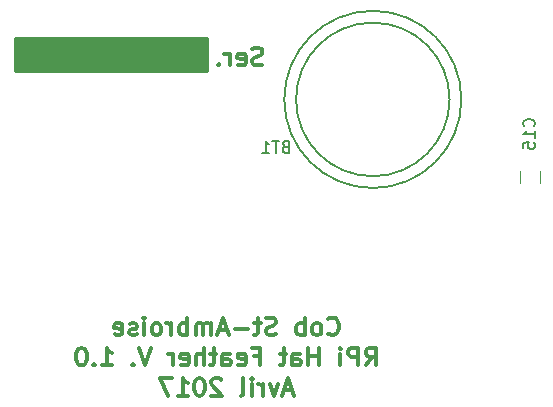
<source format=gbo>
G04 #@! TF.GenerationSoftware,KiCad,Pcbnew,no-vcs-found-01f5a12~58~ubuntu16.04.1*
G04 #@! TF.CreationDate,2017-04-25T17:44:52-04:00*
G04 #@! TF.ProjectId,RPi_Hat,5250695F4861742E6B696361645F7063,rev?*
G04 #@! TF.FileFunction,Legend,Bot*
G04 #@! TF.FilePolarity,Positive*
%FSLAX46Y46*%
G04 Gerber Fmt 4.6, Leading zero omitted, Abs format (unit mm)*
G04 Created by KiCad (PCBNEW no-vcs-found-01f5a12~58~ubuntu16.04.1) date Tue Apr 25 17:44:52 2017*
%MOMM*%
%LPD*%
G01*
G04 APERTURE LIST*
%ADD10C,0.100000*%
%ADD11C,0.300000*%
%ADD12C,0.150000*%
%ADD13C,0.120000*%
%ADD14C,0.254000*%
G04 APERTURE END LIST*
D10*
D11*
X124066857Y-77061142D02*
X123852571Y-77132571D01*
X123495428Y-77132571D01*
X123352571Y-77061142D01*
X123281142Y-76989714D01*
X123209714Y-76846857D01*
X123209714Y-76704000D01*
X123281142Y-76561142D01*
X123352571Y-76489714D01*
X123495428Y-76418285D01*
X123781142Y-76346857D01*
X123924000Y-76275428D01*
X123995428Y-76204000D01*
X124066857Y-76061142D01*
X124066857Y-75918285D01*
X123995428Y-75775428D01*
X123924000Y-75704000D01*
X123781142Y-75632571D01*
X123424000Y-75632571D01*
X123209714Y-75704000D01*
X121995428Y-77061142D02*
X122138285Y-77132571D01*
X122424000Y-77132571D01*
X122566857Y-77061142D01*
X122638285Y-76918285D01*
X122638285Y-76346857D01*
X122566857Y-76204000D01*
X122424000Y-76132571D01*
X122138285Y-76132571D01*
X121995428Y-76204000D01*
X121924000Y-76346857D01*
X121924000Y-76489714D01*
X122638285Y-76632571D01*
X121281142Y-77132571D02*
X121281142Y-76132571D01*
X121281142Y-76418285D02*
X121209714Y-76275428D01*
X121138285Y-76204000D01*
X120995428Y-76132571D01*
X120852571Y-76132571D01*
X120352571Y-76989714D02*
X120281142Y-77061142D01*
X120352571Y-77132571D01*
X120424000Y-77061142D01*
X120352571Y-76989714D01*
X120352571Y-77132571D01*
X129638142Y-99839714D02*
X129709571Y-99911142D01*
X129923857Y-99982571D01*
X130066714Y-99982571D01*
X130281000Y-99911142D01*
X130423857Y-99768285D01*
X130495285Y-99625428D01*
X130566714Y-99339714D01*
X130566714Y-99125428D01*
X130495285Y-98839714D01*
X130423857Y-98696857D01*
X130281000Y-98554000D01*
X130066714Y-98482571D01*
X129923857Y-98482571D01*
X129709571Y-98554000D01*
X129638142Y-98625428D01*
X128781000Y-99982571D02*
X128923857Y-99911142D01*
X128995285Y-99839714D01*
X129066714Y-99696857D01*
X129066714Y-99268285D01*
X128995285Y-99125428D01*
X128923857Y-99054000D01*
X128781000Y-98982571D01*
X128566714Y-98982571D01*
X128423857Y-99054000D01*
X128352428Y-99125428D01*
X128281000Y-99268285D01*
X128281000Y-99696857D01*
X128352428Y-99839714D01*
X128423857Y-99911142D01*
X128566714Y-99982571D01*
X128781000Y-99982571D01*
X127638142Y-99982571D02*
X127638142Y-98482571D01*
X127638142Y-99054000D02*
X127495285Y-98982571D01*
X127209571Y-98982571D01*
X127066714Y-99054000D01*
X126995285Y-99125428D01*
X126923857Y-99268285D01*
X126923857Y-99696857D01*
X126995285Y-99839714D01*
X127066714Y-99911142D01*
X127209571Y-99982571D01*
X127495285Y-99982571D01*
X127638142Y-99911142D01*
X125209571Y-99911142D02*
X124995285Y-99982571D01*
X124638142Y-99982571D01*
X124495285Y-99911142D01*
X124423857Y-99839714D01*
X124352428Y-99696857D01*
X124352428Y-99554000D01*
X124423857Y-99411142D01*
X124495285Y-99339714D01*
X124638142Y-99268285D01*
X124923857Y-99196857D01*
X125066714Y-99125428D01*
X125138142Y-99054000D01*
X125209571Y-98911142D01*
X125209571Y-98768285D01*
X125138142Y-98625428D01*
X125066714Y-98554000D01*
X124923857Y-98482571D01*
X124566714Y-98482571D01*
X124352428Y-98554000D01*
X123923857Y-98982571D02*
X123352428Y-98982571D01*
X123709571Y-98482571D02*
X123709571Y-99768285D01*
X123638142Y-99911142D01*
X123495285Y-99982571D01*
X123352428Y-99982571D01*
X122852428Y-99411142D02*
X121709571Y-99411142D01*
X121066714Y-99554000D02*
X120352428Y-99554000D01*
X121209571Y-99982571D02*
X120709571Y-98482571D01*
X120209571Y-99982571D01*
X119709571Y-99982571D02*
X119709571Y-98982571D01*
X119709571Y-99125428D02*
X119638142Y-99054000D01*
X119495285Y-98982571D01*
X119281000Y-98982571D01*
X119138142Y-99054000D01*
X119066714Y-99196857D01*
X119066714Y-99982571D01*
X119066714Y-99196857D02*
X118995285Y-99054000D01*
X118852428Y-98982571D01*
X118638142Y-98982571D01*
X118495285Y-99054000D01*
X118423857Y-99196857D01*
X118423857Y-99982571D01*
X117709571Y-99982571D02*
X117709571Y-98482571D01*
X117709571Y-99054000D02*
X117566714Y-98982571D01*
X117281000Y-98982571D01*
X117138142Y-99054000D01*
X117066714Y-99125428D01*
X116995285Y-99268285D01*
X116995285Y-99696857D01*
X117066714Y-99839714D01*
X117138142Y-99911142D01*
X117281000Y-99982571D01*
X117566714Y-99982571D01*
X117709571Y-99911142D01*
X116352428Y-99982571D02*
X116352428Y-98982571D01*
X116352428Y-99268285D02*
X116281000Y-99125428D01*
X116209571Y-99054000D01*
X116066714Y-98982571D01*
X115923857Y-98982571D01*
X115209571Y-99982571D02*
X115352428Y-99911142D01*
X115423857Y-99839714D01*
X115495285Y-99696857D01*
X115495285Y-99268285D01*
X115423857Y-99125428D01*
X115352428Y-99054000D01*
X115209571Y-98982571D01*
X114995285Y-98982571D01*
X114852428Y-99054000D01*
X114781000Y-99125428D01*
X114709571Y-99268285D01*
X114709571Y-99696857D01*
X114781000Y-99839714D01*
X114852428Y-99911142D01*
X114995285Y-99982571D01*
X115209571Y-99982571D01*
X114066714Y-99982571D02*
X114066714Y-98982571D01*
X114066714Y-98482571D02*
X114138142Y-98554000D01*
X114066714Y-98625428D01*
X113995285Y-98554000D01*
X114066714Y-98482571D01*
X114066714Y-98625428D01*
X113423857Y-99911142D02*
X113281000Y-99982571D01*
X112995285Y-99982571D01*
X112852428Y-99911142D01*
X112781000Y-99768285D01*
X112781000Y-99696857D01*
X112852428Y-99554000D01*
X112995285Y-99482571D01*
X113209571Y-99482571D01*
X113352428Y-99411142D01*
X113423857Y-99268285D01*
X113423857Y-99196857D01*
X113352428Y-99054000D01*
X113209571Y-98982571D01*
X112995285Y-98982571D01*
X112852428Y-99054000D01*
X111566714Y-99911142D02*
X111709571Y-99982571D01*
X111995285Y-99982571D01*
X112138142Y-99911142D01*
X112209571Y-99768285D01*
X112209571Y-99196857D01*
X112138142Y-99054000D01*
X111995285Y-98982571D01*
X111709571Y-98982571D01*
X111566714Y-99054000D01*
X111495285Y-99196857D01*
X111495285Y-99339714D01*
X112209571Y-99482571D01*
X132816714Y-102532571D02*
X133316714Y-101818285D01*
X133673857Y-102532571D02*
X133673857Y-101032571D01*
X133102428Y-101032571D01*
X132959571Y-101104000D01*
X132888142Y-101175428D01*
X132816714Y-101318285D01*
X132816714Y-101532571D01*
X132888142Y-101675428D01*
X132959571Y-101746857D01*
X133102428Y-101818285D01*
X133673857Y-101818285D01*
X132173857Y-102532571D02*
X132173857Y-101032571D01*
X131602428Y-101032571D01*
X131459571Y-101104000D01*
X131388142Y-101175428D01*
X131316714Y-101318285D01*
X131316714Y-101532571D01*
X131388142Y-101675428D01*
X131459571Y-101746857D01*
X131602428Y-101818285D01*
X132173857Y-101818285D01*
X130673857Y-102532571D02*
X130673857Y-101532571D01*
X130673857Y-101032571D02*
X130745285Y-101104000D01*
X130673857Y-101175428D01*
X130602428Y-101104000D01*
X130673857Y-101032571D01*
X130673857Y-101175428D01*
X128816714Y-102532571D02*
X128816714Y-101032571D01*
X128816714Y-101746857D02*
X127959571Y-101746857D01*
X127959571Y-102532571D02*
X127959571Y-101032571D01*
X126602428Y-102532571D02*
X126602428Y-101746857D01*
X126673857Y-101604000D01*
X126816714Y-101532571D01*
X127102428Y-101532571D01*
X127245285Y-101604000D01*
X126602428Y-102461142D02*
X126745285Y-102532571D01*
X127102428Y-102532571D01*
X127245285Y-102461142D01*
X127316714Y-102318285D01*
X127316714Y-102175428D01*
X127245285Y-102032571D01*
X127102428Y-101961142D01*
X126745285Y-101961142D01*
X126602428Y-101889714D01*
X126102428Y-101532571D02*
X125531000Y-101532571D01*
X125888142Y-101032571D02*
X125888142Y-102318285D01*
X125816714Y-102461142D01*
X125673857Y-102532571D01*
X125531000Y-102532571D01*
X123388142Y-101746857D02*
X123888142Y-101746857D01*
X123888142Y-102532571D02*
X123888142Y-101032571D01*
X123173857Y-101032571D01*
X122031000Y-102461142D02*
X122173857Y-102532571D01*
X122459571Y-102532571D01*
X122602428Y-102461142D01*
X122673857Y-102318285D01*
X122673857Y-101746857D01*
X122602428Y-101604000D01*
X122459571Y-101532571D01*
X122173857Y-101532571D01*
X122031000Y-101604000D01*
X121959571Y-101746857D01*
X121959571Y-101889714D01*
X122673857Y-102032571D01*
X120673857Y-102532571D02*
X120673857Y-101746857D01*
X120745285Y-101604000D01*
X120888142Y-101532571D01*
X121173857Y-101532571D01*
X121316714Y-101604000D01*
X120673857Y-102461142D02*
X120816714Y-102532571D01*
X121173857Y-102532571D01*
X121316714Y-102461142D01*
X121388142Y-102318285D01*
X121388142Y-102175428D01*
X121316714Y-102032571D01*
X121173857Y-101961142D01*
X120816714Y-101961142D01*
X120673857Y-101889714D01*
X120173857Y-101532571D02*
X119602428Y-101532571D01*
X119959571Y-101032571D02*
X119959571Y-102318285D01*
X119888142Y-102461142D01*
X119745285Y-102532571D01*
X119602428Y-102532571D01*
X119102428Y-102532571D02*
X119102428Y-101032571D01*
X118459571Y-102532571D02*
X118459571Y-101746857D01*
X118531000Y-101604000D01*
X118673857Y-101532571D01*
X118888142Y-101532571D01*
X119031000Y-101604000D01*
X119102428Y-101675428D01*
X117173857Y-102461142D02*
X117316714Y-102532571D01*
X117602428Y-102532571D01*
X117745285Y-102461142D01*
X117816714Y-102318285D01*
X117816714Y-101746857D01*
X117745285Y-101604000D01*
X117602428Y-101532571D01*
X117316714Y-101532571D01*
X117173857Y-101604000D01*
X117102428Y-101746857D01*
X117102428Y-101889714D01*
X117816714Y-102032571D01*
X116459571Y-102532571D02*
X116459571Y-101532571D01*
X116459571Y-101818285D02*
X116388142Y-101675428D01*
X116316714Y-101604000D01*
X116173857Y-101532571D01*
X116031000Y-101532571D01*
X114602428Y-101032571D02*
X114102428Y-102532571D01*
X113602428Y-101032571D01*
X113102428Y-102389714D02*
X113031000Y-102461142D01*
X113102428Y-102532571D01*
X113173857Y-102461142D01*
X113102428Y-102389714D01*
X113102428Y-102532571D01*
X110459571Y-102532571D02*
X111316714Y-102532571D01*
X110888142Y-102532571D02*
X110888142Y-101032571D01*
X111031000Y-101246857D01*
X111173857Y-101389714D01*
X111316714Y-101461142D01*
X109816714Y-102389714D02*
X109745285Y-102461142D01*
X109816714Y-102532571D01*
X109888142Y-102461142D01*
X109816714Y-102389714D01*
X109816714Y-102532571D01*
X108816714Y-101032571D02*
X108673857Y-101032571D01*
X108531000Y-101104000D01*
X108459571Y-101175428D01*
X108388142Y-101318285D01*
X108316714Y-101604000D01*
X108316714Y-101961142D01*
X108388142Y-102246857D01*
X108459571Y-102389714D01*
X108531000Y-102461142D01*
X108673857Y-102532571D01*
X108816714Y-102532571D01*
X108959571Y-102461142D01*
X109031000Y-102389714D01*
X109102428Y-102246857D01*
X109173857Y-101961142D01*
X109173857Y-101604000D01*
X109102428Y-101318285D01*
X109031000Y-101175428D01*
X108959571Y-101104000D01*
X108816714Y-101032571D01*
X126602428Y-104654000D02*
X125888142Y-104654000D01*
X126745285Y-105082571D02*
X126245285Y-103582571D01*
X125745285Y-105082571D01*
X125388142Y-104082571D02*
X125031000Y-105082571D01*
X124673857Y-104082571D01*
X124102428Y-105082571D02*
X124102428Y-104082571D01*
X124102428Y-104368285D02*
X124031000Y-104225428D01*
X123959571Y-104154000D01*
X123816714Y-104082571D01*
X123673857Y-104082571D01*
X123173857Y-105082571D02*
X123173857Y-104082571D01*
X123173857Y-103582571D02*
X123245285Y-103654000D01*
X123173857Y-103725428D01*
X123102428Y-103654000D01*
X123173857Y-103582571D01*
X123173857Y-103725428D01*
X122245285Y-105082571D02*
X122388142Y-105011142D01*
X122459571Y-104868285D01*
X122459571Y-103582571D01*
X120602428Y-103725428D02*
X120531000Y-103654000D01*
X120388142Y-103582571D01*
X120031000Y-103582571D01*
X119888142Y-103654000D01*
X119816714Y-103725428D01*
X119745285Y-103868285D01*
X119745285Y-104011142D01*
X119816714Y-104225428D01*
X120673857Y-105082571D01*
X119745285Y-105082571D01*
X118816714Y-103582571D02*
X118673857Y-103582571D01*
X118531000Y-103654000D01*
X118459571Y-103725428D01*
X118388142Y-103868285D01*
X118316714Y-104154000D01*
X118316714Y-104511142D01*
X118388142Y-104796857D01*
X118459571Y-104939714D01*
X118531000Y-105011142D01*
X118673857Y-105082571D01*
X118816714Y-105082571D01*
X118959571Y-105011142D01*
X119031000Y-104939714D01*
X119102428Y-104796857D01*
X119173857Y-104511142D01*
X119173857Y-104154000D01*
X119102428Y-103868285D01*
X119031000Y-103725428D01*
X118959571Y-103654000D01*
X118816714Y-103582571D01*
X116888142Y-105082571D02*
X117745285Y-105082571D01*
X117316714Y-105082571D02*
X117316714Y-103582571D01*
X117459571Y-103796857D01*
X117602428Y-103939714D01*
X117745285Y-104011142D01*
X116388142Y-103582571D02*
X115388142Y-103582571D01*
X116031000Y-105082571D01*
D12*
X139913500Y-80010000D02*
G75*
G03X139913500Y-80010000I-6500000J0D01*
G01*
X140913500Y-80010000D02*
G75*
G03X140913500Y-80010000I-7500000J0D01*
G01*
D13*
X145835000Y-87114000D02*
X145835000Y-86114000D01*
X147535000Y-86114000D02*
X147535000Y-87114000D01*
D12*
X126007714Y-84002571D02*
X125864857Y-84050190D01*
X125817238Y-84097809D01*
X125769619Y-84193047D01*
X125769619Y-84335904D01*
X125817238Y-84431142D01*
X125864857Y-84478761D01*
X125960095Y-84526380D01*
X126341047Y-84526380D01*
X126341047Y-83526380D01*
X126007714Y-83526380D01*
X125912476Y-83574000D01*
X125864857Y-83621619D01*
X125817238Y-83716857D01*
X125817238Y-83812095D01*
X125864857Y-83907333D01*
X125912476Y-83954952D01*
X126007714Y-84002571D01*
X126341047Y-84002571D01*
X125483904Y-83526380D02*
X124912476Y-83526380D01*
X125198190Y-84526380D02*
X125198190Y-83526380D01*
X124055333Y-84526380D02*
X124626761Y-84526380D01*
X124341047Y-84526380D02*
X124341047Y-83526380D01*
X124436285Y-83669238D01*
X124531523Y-83764476D01*
X124626761Y-83812095D01*
X147042142Y-82288142D02*
X147089761Y-82240523D01*
X147137380Y-82097666D01*
X147137380Y-82002428D01*
X147089761Y-81859571D01*
X146994523Y-81764333D01*
X146899285Y-81716714D01*
X146708809Y-81669095D01*
X146565952Y-81669095D01*
X146375476Y-81716714D01*
X146280238Y-81764333D01*
X146185000Y-81859571D01*
X146137380Y-82002428D01*
X146137380Y-82097666D01*
X146185000Y-82240523D01*
X146232619Y-82288142D01*
X147137380Y-83240523D02*
X147137380Y-82669095D01*
X147137380Y-82954809D02*
X146137380Y-82954809D01*
X146280238Y-82859571D01*
X146375476Y-82764333D01*
X146423095Y-82669095D01*
X146137380Y-84145285D02*
X146137380Y-83669095D01*
X146613571Y-83621476D01*
X146565952Y-83669095D01*
X146518333Y-83764333D01*
X146518333Y-84002428D01*
X146565952Y-84097666D01*
X146613571Y-84145285D01*
X146708809Y-84192904D01*
X146946904Y-84192904D01*
X147042142Y-84145285D01*
X147089761Y-84097666D01*
X147137380Y-84002428D01*
X147137380Y-83764333D01*
X147089761Y-83669095D01*
X147042142Y-83621476D01*
D14*
G36*
X119348668Y-77597000D02*
X103092668Y-77597000D01*
X103092668Y-74803000D01*
X119348668Y-74803000D01*
X119348668Y-77597000D01*
X119348668Y-77597000D01*
G37*
X119348668Y-77597000D02*
X103092668Y-77597000D01*
X103092668Y-74803000D01*
X119348668Y-74803000D01*
X119348668Y-77597000D01*
M02*

</source>
